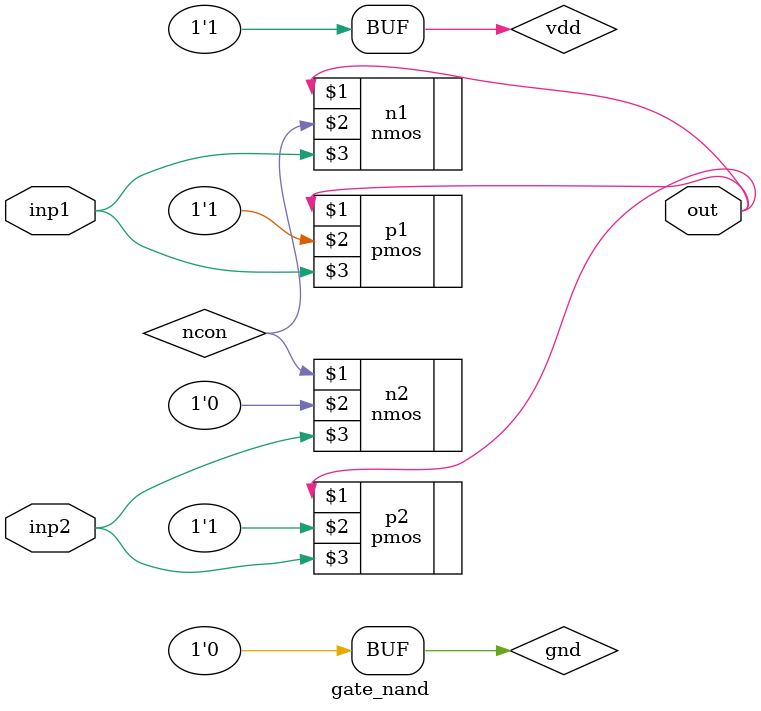
<source format=v>

/*
 * Transistor logic: output, input, control
 * PNP: drain, source, gate
 * NPN: source, drain, gate
 *
 * IHS <3
 */

module gate_nand (inp1, inp2, out);

    supply0 gnd;
    supply1 vdd;

    input  inp1;
    input  inp2;
    output out ;

    wire ncon;

    pmos p1(out, vdd, inp1);
    pmos p2(out, vdd, inp2);

    nmos n1(out, ncon, inp1);
    nmos n2(ncon, gnd, inp2);
    
endmodule



</source>
